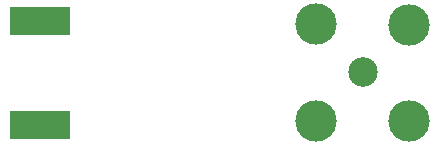
<source format=gbr>
%TF.GenerationSoftware,KiCad,Pcbnew,8.0.3*%
%TF.CreationDate,2024-07-19T13:19:08+02:00*%
%TF.ProjectId,Konwerter_impendancji.kicad_3_pcb,4b6f6e77-6572-4746-9572-5f696d70656e,rev?*%
%TF.SameCoordinates,Original*%
%TF.FileFunction,Soldermask,Bot*%
%TF.FilePolarity,Negative*%
%FSLAX46Y46*%
G04 Gerber Fmt 4.6, Leading zero omitted, Abs format (unit mm)*
G04 Created by KiCad (PCBNEW 8.0.3) date 2024-07-19 13:19:08*
%MOMM*%
%LPD*%
G01*
G04 APERTURE LIST*
%ADD10R,5.080000X2.420000*%
%ADD11C,2.500000*%
%ADD12C,3.500000*%
G04 APERTURE END LIST*
D10*
%TO.C,J1*%
X107160000Y-100437500D03*
X107160000Y-109197500D03*
%TD*%
D11*
%TO.C,J2*%
X134480000Y-104777500D03*
D12*
X130480000Y-100677500D03*
X130480000Y-108877500D03*
X138380000Y-100777500D03*
X138380000Y-108877500D03*
%TD*%
M02*

</source>
